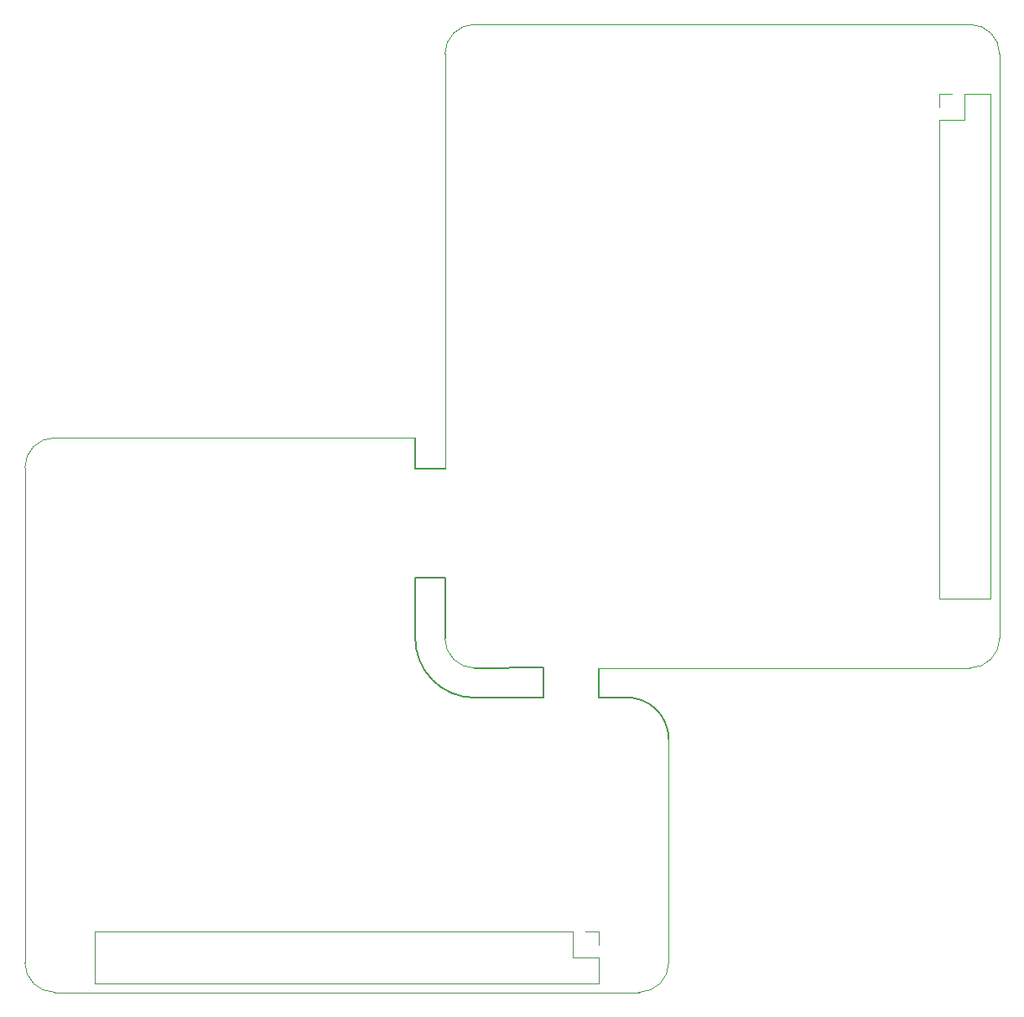
<source format=gbr>
%TF.GenerationSoftware,KiCad,Pcbnew,(6.0.4)*%
%TF.CreationDate,2022-06-25T00:33:21+03:00*%
%TF.ProjectId,VLC-both,564c432d-626f-4746-982e-6b696361645f,rev?*%
%TF.SameCoordinates,Original*%
%TF.FileFunction,Legend,Bot*%
%TF.FilePolarity,Positive*%
%FSLAX46Y46*%
G04 Gerber Fmt 4.6, Leading zero omitted, Abs format (unit mm)*
G04 Created by KiCad (PCBNEW (6.0.4)) date 2022-06-25 00:33:21*
%MOMM*%
%LPD*%
G01*
G04 APERTURE LIST*
%TA.AperFunction,Profile*%
%ADD10C,0.100000*%
%TD*%
%TA.AperFunction,Profile*%
%ADD11C,0.150000*%
%TD*%
%ADD12C,0.120000*%
%ADD13C,0.600000*%
%ADD14C,3.000000*%
%ADD15R,1.700000X1.700000*%
%ADD16O,1.700000X1.700000*%
%ADD17R,2.000000X3.000000*%
%ADD18O,2.000000X3.000000*%
%ADD19C,1.620000*%
%ADD20R,1.980000X3.960000*%
%ADD21O,1.980000X3.960000*%
G04 APERTURE END LIST*
D10*
X100521200Y-149547200D02*
X100521200Y-127000000D01*
X80923874Y-54801474D02*
G75*
G03*
X77923874Y-57801474I26J-3000026D01*
G01*
D11*
X80882375Y-122795908D02*
X87884000Y-122754874D01*
X87884000Y-119761000D02*
X80923874Y-119801474D01*
X74930000Y-99695000D02*
X77923874Y-99695000D01*
X87884000Y-122754874D02*
X87884000Y-119761000D01*
X93472000Y-122781937D02*
X96045735Y-122781937D01*
D10*
X130923874Y-119801474D02*
G75*
G03*
X133923874Y-116801474I26J2999974D01*
G01*
X130923874Y-54801474D02*
X80923874Y-54801474D01*
X133923874Y-116801474D02*
X133923874Y-57801474D01*
D11*
X74930001Y-116713000D02*
G75*
G03*
X80882375Y-122795908I5993899J-88500D01*
G01*
D10*
X130923874Y-119801474D02*
X93472000Y-119788063D01*
D11*
X74930001Y-116713000D02*
X74957063Y-110718600D01*
D10*
X133923826Y-57801474D02*
G75*
G03*
X130923874Y-54801474I-2999926J74D01*
G01*
X77923926Y-116801474D02*
G75*
G03*
X80923874Y-119801474I2999974J-26D01*
G01*
D11*
X77950937Y-110718600D02*
X77923874Y-116801474D01*
D10*
X38521200Y-152547200D02*
X97521200Y-152547200D01*
X74930000Y-96551167D02*
X38516789Y-96551167D01*
D11*
X74930000Y-96551167D02*
X74930000Y-99695000D01*
X93472000Y-122781937D02*
X93472000Y-119788063D01*
D10*
X77923874Y-99695000D02*
X77923874Y-57801474D01*
X35521200Y-149547200D02*
G75*
G03*
X38521200Y-152547200I2999900J-100D01*
G01*
X97521200Y-152547200D02*
G75*
G03*
X100521200Y-149547200I0J3000000D01*
G01*
D11*
X74957063Y-110718600D02*
X77950937Y-110718600D01*
D10*
X35521200Y-149547200D02*
X35521200Y-99547200D01*
X38516789Y-96551170D02*
G75*
G03*
X35521200Y-99547200I11J-2995600D01*
G01*
D11*
X100521163Y-127000000D02*
G75*
G03*
X96045735Y-122781937I-4225463J0D01*
G01*
D12*
X93477556Y-147774811D02*
X93477556Y-146444811D01*
X93477556Y-149044811D02*
X90877556Y-149044811D01*
X90877556Y-146444811D02*
X42557556Y-146444811D01*
X93477556Y-151644811D02*
X93477556Y-149044811D01*
X93477556Y-151644811D02*
X42557556Y-151644811D01*
X42557556Y-151644811D02*
X42557556Y-146444811D01*
X90877556Y-149044811D02*
X90877556Y-146444811D01*
X93477556Y-146444811D02*
X92147556Y-146444811D01*
X127808994Y-61847754D02*
X127808994Y-63177754D01*
X130408994Y-64447754D02*
X127808994Y-64447754D01*
X133008994Y-61847754D02*
X133008994Y-112767754D01*
X133008994Y-112767754D02*
X127808994Y-112767754D01*
X127808994Y-64447754D02*
X127808994Y-112767754D01*
X133008994Y-61847754D02*
X130408994Y-61847754D01*
X130408994Y-61847754D02*
X130408994Y-64447754D01*
X129138994Y-61847754D02*
X127808994Y-61847754D01*
%LPC*%
D13*
X75006200Y-100431600D03*
X75006200Y-101331600D03*
X74930000Y-109220000D03*
X74955400Y-107467400D03*
X74980800Y-105714800D03*
X75006200Y-104862200D03*
X75006200Y-102184200D03*
X75006200Y-103962200D03*
X75006200Y-103084200D03*
X74930000Y-110120000D03*
X74955400Y-108367400D03*
X74980800Y-106614800D03*
X78054200Y-110007400D03*
X78054200Y-109107400D03*
X78079600Y-108254800D03*
X78079600Y-107354800D03*
X78105000Y-106502200D03*
X78105000Y-105602200D03*
X78130400Y-104749600D03*
X78130400Y-103849600D03*
X78130400Y-102971600D03*
X78130400Y-102071600D03*
X88475400Y-122809000D03*
X89375400Y-122809000D03*
X91973400Y-122809000D03*
X92873400Y-122809000D03*
X90228000Y-122809000D03*
X91128000Y-122809000D03*
X91962400Y-119507000D03*
X92862400Y-119507000D03*
X90228000Y-119507000D03*
X91128000Y-119507000D03*
X78130400Y-101219000D03*
X78130400Y-100319000D03*
X88475400Y-119507000D03*
X89375400Y-119507000D03*
D14*
X97027556Y-149054811D03*
X39027556Y-149034811D03*
X39014400Y-100044811D03*
X81500000Y-58216794D03*
D15*
X93345000Y-117094000D03*
D16*
X95885000Y-117094000D03*
X98425000Y-117094000D03*
D15*
X109458994Y-117094000D03*
D16*
X106918994Y-117094000D03*
X104378994Y-117094000D03*
D17*
X95199194Y-72643994D03*
D18*
X100279194Y-72643994D03*
X107899194Y-72643994D03*
X110439194Y-72643994D03*
D19*
X66167000Y-130784600D03*
X61167000Y-133284600D03*
X66167000Y-135784600D03*
X38521000Y-134304400D03*
X41021000Y-139304400D03*
X43521000Y-134304400D03*
D14*
X130429000Y-58318400D03*
X130429000Y-116382800D03*
D15*
X81178400Y-74676000D03*
D16*
X81178400Y-77216000D03*
X81178400Y-79756000D03*
X81178400Y-82296000D03*
D20*
X99928594Y-62211594D03*
D21*
X94928594Y-62211594D03*
X89928594Y-62211594D03*
D15*
X115940594Y-117094000D03*
D16*
X118480594Y-117094000D03*
X121020594Y-117094000D03*
D14*
X81500000Y-116382800D03*
D15*
X44719200Y-129897900D03*
D16*
X44719200Y-127357900D03*
X44719200Y-124817900D03*
X44719200Y-122277900D03*
X44719200Y-119737900D03*
X44719200Y-117197900D03*
D15*
X99822000Y-83688000D03*
D16*
X99822000Y-86228000D03*
D15*
X81178400Y-101244400D03*
D16*
X81178400Y-98704400D03*
X81178400Y-96164400D03*
X81178400Y-93624400D03*
X81178400Y-91084400D03*
X81178400Y-88544400D03*
D15*
X92147556Y-147774811D03*
D16*
X92147556Y-150314811D03*
X89607556Y-147774811D03*
X89607556Y-150314811D03*
X87067556Y-147774811D03*
X87067556Y-150314811D03*
X84527556Y-147774811D03*
X84527556Y-150314811D03*
X81987556Y-147774811D03*
X81987556Y-150314811D03*
X79447556Y-147774811D03*
X79447556Y-150314811D03*
X76907556Y-147774811D03*
X76907556Y-150314811D03*
X74367556Y-147774811D03*
X74367556Y-150314811D03*
X71827556Y-147774811D03*
X71827556Y-150314811D03*
X69287556Y-147774811D03*
X69287556Y-150314811D03*
X66747556Y-147774811D03*
X66747556Y-150314811D03*
X64207556Y-147774811D03*
X64207556Y-150314811D03*
X61667556Y-147774811D03*
X61667556Y-150314811D03*
X59127556Y-147774811D03*
X59127556Y-150314811D03*
X56587556Y-147774811D03*
X56587556Y-150314811D03*
X54047556Y-147774811D03*
X54047556Y-150314811D03*
X51507556Y-147774811D03*
X51507556Y-150314811D03*
X48967556Y-147774811D03*
X48967556Y-150314811D03*
X46427556Y-147774811D03*
X46427556Y-150314811D03*
X43887556Y-147774811D03*
X43887556Y-150314811D03*
D15*
X129138994Y-63177754D03*
D16*
X131678994Y-63177754D03*
X129138994Y-65717754D03*
X131678994Y-65717754D03*
X129138994Y-68257754D03*
X131678994Y-68257754D03*
X129138994Y-70797754D03*
X131678994Y-70797754D03*
X129138994Y-73337754D03*
X131678994Y-73337754D03*
X129138994Y-75877754D03*
X131678994Y-75877754D03*
X129138994Y-78417754D03*
X131678994Y-78417754D03*
X129138994Y-80957754D03*
X131678994Y-80957754D03*
X129138994Y-83497754D03*
X131678994Y-83497754D03*
X129138994Y-86037754D03*
X131678994Y-86037754D03*
X129138994Y-88577754D03*
X131678994Y-88577754D03*
X129138994Y-91117754D03*
X131678994Y-91117754D03*
X129138994Y-93657754D03*
X131678994Y-93657754D03*
X129138994Y-96197754D03*
X131678994Y-96197754D03*
X129138994Y-98737754D03*
X131678994Y-98737754D03*
X129138994Y-101277754D03*
X131678994Y-101277754D03*
X129138994Y-103817754D03*
X131678994Y-103817754D03*
X129138994Y-106357754D03*
X131678994Y-106357754D03*
X129138994Y-108897754D03*
X131678994Y-108897754D03*
X129138994Y-111437754D03*
X131678994Y-111437754D03*
M02*

</source>
